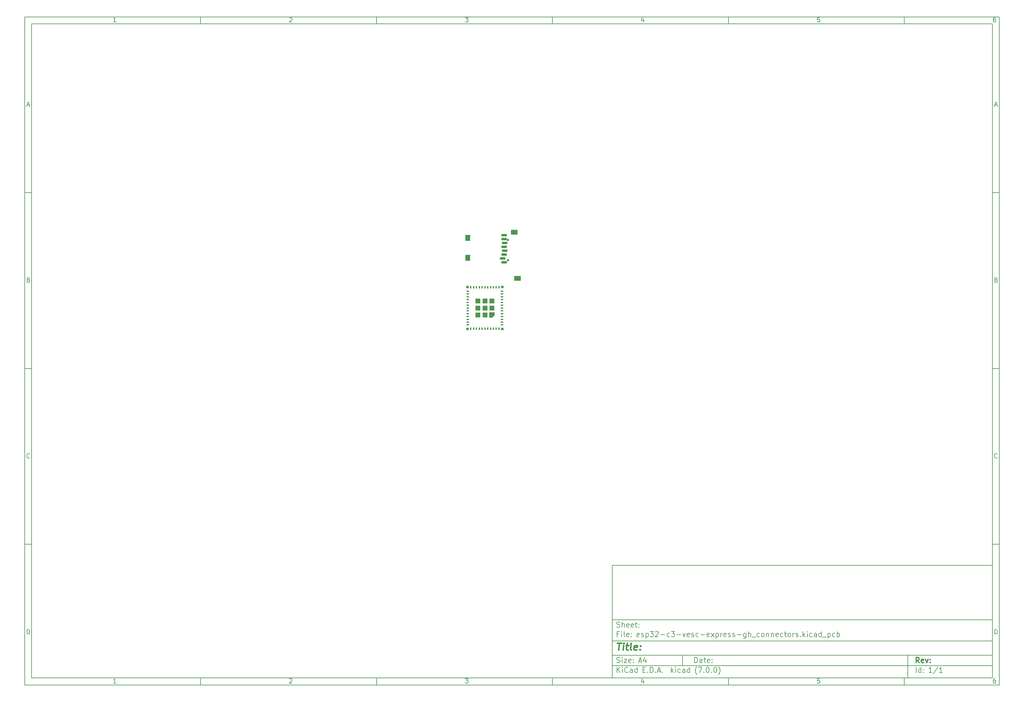
<source format=gbr>
%TF.GenerationSoftware,KiCad,Pcbnew,(7.0.0)*%
%TF.CreationDate,2023-02-27T05:24:14-06:00*%
%TF.ProjectId,esp32-c3-vesc-express-gh_connectors,65737033-322d-4633-932d-766573632d65,rev?*%
%TF.SameCoordinates,Original*%
%TF.FileFunction,Soldermask,Bot*%
%TF.FilePolarity,Negative*%
%FSLAX46Y46*%
G04 Gerber Fmt 4.6, Leading zero omitted, Abs format (unit mm)*
G04 Created by KiCad (PCBNEW (7.0.0)) date 2023-02-27 05:24:14*
%MOMM*%
%LPD*%
G01*
G04 APERTURE LIST*
G04 Aperture macros list*
%AMFreePoly0*
4,1,6,0.725000,-0.725000,-0.125000,-0.725000,-0.725000,-0.125000,-0.725000,0.725000,0.725000,0.725000,0.725000,-0.725000,0.725000,-0.725000,$1*%
G04 Aperture macros list end*
%ADD10C,0.100000*%
%ADD11C,0.150000*%
%ADD12C,0.300000*%
%ADD13C,0.400000*%
%ADD14C,0.650000*%
%ADD15R,1.500000X0.800000*%
%ADD16R,1.400000X1.800000*%
%ADD17R,1.900000X1.400000*%
%ADD18R,0.400000X0.800000*%
%ADD19R,0.800000X0.400000*%
%ADD20R,0.700000X0.700000*%
%ADD21R,1.450000X1.450000*%
%ADD22FreePoly0,90.000000*%
G04 APERTURE END LIST*
D10*
D11*
X177002200Y-166007200D02*
X285002200Y-166007200D01*
X285002200Y-198007200D01*
X177002200Y-198007200D01*
X177002200Y-166007200D01*
D10*
D11*
X10000000Y-10000000D02*
X287002200Y-10000000D01*
X287002200Y-200007200D01*
X10000000Y-200007200D01*
X10000000Y-10000000D01*
D10*
D11*
X12000000Y-12000000D02*
X285002200Y-12000000D01*
X285002200Y-198007200D01*
X12000000Y-198007200D01*
X12000000Y-12000000D01*
D10*
D11*
X60000000Y-12000000D02*
X60000000Y-10000000D01*
D10*
D11*
X110000000Y-12000000D02*
X110000000Y-10000000D01*
D10*
D11*
X160000000Y-12000000D02*
X160000000Y-10000000D01*
D10*
D11*
X210000000Y-12000000D02*
X210000000Y-10000000D01*
D10*
D11*
X260000000Y-12000000D02*
X260000000Y-10000000D01*
D10*
D11*
X35990476Y-11477595D02*
X35247619Y-11477595D01*
X35619047Y-11477595D02*
X35619047Y-10177595D01*
X35619047Y-10177595D02*
X35495238Y-10363309D01*
X35495238Y-10363309D02*
X35371428Y-10487119D01*
X35371428Y-10487119D02*
X35247619Y-10549023D01*
D10*
D11*
X85247619Y-10301404D02*
X85309523Y-10239500D01*
X85309523Y-10239500D02*
X85433333Y-10177595D01*
X85433333Y-10177595D02*
X85742857Y-10177595D01*
X85742857Y-10177595D02*
X85866666Y-10239500D01*
X85866666Y-10239500D02*
X85928571Y-10301404D01*
X85928571Y-10301404D02*
X85990476Y-10425214D01*
X85990476Y-10425214D02*
X85990476Y-10549023D01*
X85990476Y-10549023D02*
X85928571Y-10734738D01*
X85928571Y-10734738D02*
X85185714Y-11477595D01*
X85185714Y-11477595D02*
X85990476Y-11477595D01*
D10*
D11*
X135185714Y-10177595D02*
X135990476Y-10177595D01*
X135990476Y-10177595D02*
X135557142Y-10672833D01*
X135557142Y-10672833D02*
X135742857Y-10672833D01*
X135742857Y-10672833D02*
X135866666Y-10734738D01*
X135866666Y-10734738D02*
X135928571Y-10796642D01*
X135928571Y-10796642D02*
X135990476Y-10920452D01*
X135990476Y-10920452D02*
X135990476Y-11229976D01*
X135990476Y-11229976D02*
X135928571Y-11353785D01*
X135928571Y-11353785D02*
X135866666Y-11415690D01*
X135866666Y-11415690D02*
X135742857Y-11477595D01*
X135742857Y-11477595D02*
X135371428Y-11477595D01*
X135371428Y-11477595D02*
X135247619Y-11415690D01*
X135247619Y-11415690D02*
X135185714Y-11353785D01*
D10*
D11*
X185866666Y-10610928D02*
X185866666Y-11477595D01*
X185557142Y-10115690D02*
X185247619Y-11044261D01*
X185247619Y-11044261D02*
X186052380Y-11044261D01*
D10*
D11*
X235928571Y-10177595D02*
X235309523Y-10177595D01*
X235309523Y-10177595D02*
X235247619Y-10796642D01*
X235247619Y-10796642D02*
X235309523Y-10734738D01*
X235309523Y-10734738D02*
X235433333Y-10672833D01*
X235433333Y-10672833D02*
X235742857Y-10672833D01*
X235742857Y-10672833D02*
X235866666Y-10734738D01*
X235866666Y-10734738D02*
X235928571Y-10796642D01*
X235928571Y-10796642D02*
X235990476Y-10920452D01*
X235990476Y-10920452D02*
X235990476Y-11229976D01*
X235990476Y-11229976D02*
X235928571Y-11353785D01*
X235928571Y-11353785D02*
X235866666Y-11415690D01*
X235866666Y-11415690D02*
X235742857Y-11477595D01*
X235742857Y-11477595D02*
X235433333Y-11477595D01*
X235433333Y-11477595D02*
X235309523Y-11415690D01*
X235309523Y-11415690D02*
X235247619Y-11353785D01*
D10*
D11*
X285866666Y-10177595D02*
X285619047Y-10177595D01*
X285619047Y-10177595D02*
X285495238Y-10239500D01*
X285495238Y-10239500D02*
X285433333Y-10301404D01*
X285433333Y-10301404D02*
X285309523Y-10487119D01*
X285309523Y-10487119D02*
X285247619Y-10734738D01*
X285247619Y-10734738D02*
X285247619Y-11229976D01*
X285247619Y-11229976D02*
X285309523Y-11353785D01*
X285309523Y-11353785D02*
X285371428Y-11415690D01*
X285371428Y-11415690D02*
X285495238Y-11477595D01*
X285495238Y-11477595D02*
X285742857Y-11477595D01*
X285742857Y-11477595D02*
X285866666Y-11415690D01*
X285866666Y-11415690D02*
X285928571Y-11353785D01*
X285928571Y-11353785D02*
X285990476Y-11229976D01*
X285990476Y-11229976D02*
X285990476Y-10920452D01*
X285990476Y-10920452D02*
X285928571Y-10796642D01*
X285928571Y-10796642D02*
X285866666Y-10734738D01*
X285866666Y-10734738D02*
X285742857Y-10672833D01*
X285742857Y-10672833D02*
X285495238Y-10672833D01*
X285495238Y-10672833D02*
X285371428Y-10734738D01*
X285371428Y-10734738D02*
X285309523Y-10796642D01*
X285309523Y-10796642D02*
X285247619Y-10920452D01*
D10*
D11*
X60000000Y-198007200D02*
X60000000Y-200007200D01*
D10*
D11*
X110000000Y-198007200D02*
X110000000Y-200007200D01*
D10*
D11*
X160000000Y-198007200D02*
X160000000Y-200007200D01*
D10*
D11*
X210000000Y-198007200D02*
X210000000Y-200007200D01*
D10*
D11*
X260000000Y-198007200D02*
X260000000Y-200007200D01*
D10*
D11*
X35990476Y-199484795D02*
X35247619Y-199484795D01*
X35619047Y-199484795D02*
X35619047Y-198184795D01*
X35619047Y-198184795D02*
X35495238Y-198370509D01*
X35495238Y-198370509D02*
X35371428Y-198494319D01*
X35371428Y-198494319D02*
X35247619Y-198556223D01*
D10*
D11*
X85247619Y-198308604D02*
X85309523Y-198246700D01*
X85309523Y-198246700D02*
X85433333Y-198184795D01*
X85433333Y-198184795D02*
X85742857Y-198184795D01*
X85742857Y-198184795D02*
X85866666Y-198246700D01*
X85866666Y-198246700D02*
X85928571Y-198308604D01*
X85928571Y-198308604D02*
X85990476Y-198432414D01*
X85990476Y-198432414D02*
X85990476Y-198556223D01*
X85990476Y-198556223D02*
X85928571Y-198741938D01*
X85928571Y-198741938D02*
X85185714Y-199484795D01*
X85185714Y-199484795D02*
X85990476Y-199484795D01*
D10*
D11*
X135185714Y-198184795D02*
X135990476Y-198184795D01*
X135990476Y-198184795D02*
X135557142Y-198680033D01*
X135557142Y-198680033D02*
X135742857Y-198680033D01*
X135742857Y-198680033D02*
X135866666Y-198741938D01*
X135866666Y-198741938D02*
X135928571Y-198803842D01*
X135928571Y-198803842D02*
X135990476Y-198927652D01*
X135990476Y-198927652D02*
X135990476Y-199237176D01*
X135990476Y-199237176D02*
X135928571Y-199360985D01*
X135928571Y-199360985D02*
X135866666Y-199422890D01*
X135866666Y-199422890D02*
X135742857Y-199484795D01*
X135742857Y-199484795D02*
X135371428Y-199484795D01*
X135371428Y-199484795D02*
X135247619Y-199422890D01*
X135247619Y-199422890D02*
X135185714Y-199360985D01*
D10*
D11*
X185866666Y-198618128D02*
X185866666Y-199484795D01*
X185557142Y-198122890D02*
X185247619Y-199051461D01*
X185247619Y-199051461D02*
X186052380Y-199051461D01*
D10*
D11*
X235928571Y-198184795D02*
X235309523Y-198184795D01*
X235309523Y-198184795D02*
X235247619Y-198803842D01*
X235247619Y-198803842D02*
X235309523Y-198741938D01*
X235309523Y-198741938D02*
X235433333Y-198680033D01*
X235433333Y-198680033D02*
X235742857Y-198680033D01*
X235742857Y-198680033D02*
X235866666Y-198741938D01*
X235866666Y-198741938D02*
X235928571Y-198803842D01*
X235928571Y-198803842D02*
X235990476Y-198927652D01*
X235990476Y-198927652D02*
X235990476Y-199237176D01*
X235990476Y-199237176D02*
X235928571Y-199360985D01*
X235928571Y-199360985D02*
X235866666Y-199422890D01*
X235866666Y-199422890D02*
X235742857Y-199484795D01*
X235742857Y-199484795D02*
X235433333Y-199484795D01*
X235433333Y-199484795D02*
X235309523Y-199422890D01*
X235309523Y-199422890D02*
X235247619Y-199360985D01*
D10*
D11*
X285866666Y-198184795D02*
X285619047Y-198184795D01*
X285619047Y-198184795D02*
X285495238Y-198246700D01*
X285495238Y-198246700D02*
X285433333Y-198308604D01*
X285433333Y-198308604D02*
X285309523Y-198494319D01*
X285309523Y-198494319D02*
X285247619Y-198741938D01*
X285247619Y-198741938D02*
X285247619Y-199237176D01*
X285247619Y-199237176D02*
X285309523Y-199360985D01*
X285309523Y-199360985D02*
X285371428Y-199422890D01*
X285371428Y-199422890D02*
X285495238Y-199484795D01*
X285495238Y-199484795D02*
X285742857Y-199484795D01*
X285742857Y-199484795D02*
X285866666Y-199422890D01*
X285866666Y-199422890D02*
X285928571Y-199360985D01*
X285928571Y-199360985D02*
X285990476Y-199237176D01*
X285990476Y-199237176D02*
X285990476Y-198927652D01*
X285990476Y-198927652D02*
X285928571Y-198803842D01*
X285928571Y-198803842D02*
X285866666Y-198741938D01*
X285866666Y-198741938D02*
X285742857Y-198680033D01*
X285742857Y-198680033D02*
X285495238Y-198680033D01*
X285495238Y-198680033D02*
X285371428Y-198741938D01*
X285371428Y-198741938D02*
X285309523Y-198803842D01*
X285309523Y-198803842D02*
X285247619Y-198927652D01*
D10*
D11*
X10000000Y-60000000D02*
X12000000Y-60000000D01*
D10*
D11*
X10000000Y-110000000D02*
X12000000Y-110000000D01*
D10*
D11*
X10000000Y-160000000D02*
X12000000Y-160000000D01*
D10*
D11*
X10690476Y-35106166D02*
X11309523Y-35106166D01*
X10566666Y-35477595D02*
X10999999Y-34177595D01*
X10999999Y-34177595D02*
X11433333Y-35477595D01*
D10*
D11*
X11092857Y-84796642D02*
X11278571Y-84858547D01*
X11278571Y-84858547D02*
X11340476Y-84920452D01*
X11340476Y-84920452D02*
X11402380Y-85044261D01*
X11402380Y-85044261D02*
X11402380Y-85229976D01*
X11402380Y-85229976D02*
X11340476Y-85353785D01*
X11340476Y-85353785D02*
X11278571Y-85415690D01*
X11278571Y-85415690D02*
X11154761Y-85477595D01*
X11154761Y-85477595D02*
X10659523Y-85477595D01*
X10659523Y-85477595D02*
X10659523Y-84177595D01*
X10659523Y-84177595D02*
X11092857Y-84177595D01*
X11092857Y-84177595D02*
X11216666Y-84239500D01*
X11216666Y-84239500D02*
X11278571Y-84301404D01*
X11278571Y-84301404D02*
X11340476Y-84425214D01*
X11340476Y-84425214D02*
X11340476Y-84549023D01*
X11340476Y-84549023D02*
X11278571Y-84672833D01*
X11278571Y-84672833D02*
X11216666Y-84734738D01*
X11216666Y-84734738D02*
X11092857Y-84796642D01*
X11092857Y-84796642D02*
X10659523Y-84796642D01*
D10*
D11*
X11402380Y-135353785D02*
X11340476Y-135415690D01*
X11340476Y-135415690D02*
X11154761Y-135477595D01*
X11154761Y-135477595D02*
X11030952Y-135477595D01*
X11030952Y-135477595D02*
X10845238Y-135415690D01*
X10845238Y-135415690D02*
X10721428Y-135291880D01*
X10721428Y-135291880D02*
X10659523Y-135168071D01*
X10659523Y-135168071D02*
X10597619Y-134920452D01*
X10597619Y-134920452D02*
X10597619Y-134734738D01*
X10597619Y-134734738D02*
X10659523Y-134487119D01*
X10659523Y-134487119D02*
X10721428Y-134363309D01*
X10721428Y-134363309D02*
X10845238Y-134239500D01*
X10845238Y-134239500D02*
X11030952Y-134177595D01*
X11030952Y-134177595D02*
X11154761Y-134177595D01*
X11154761Y-134177595D02*
X11340476Y-134239500D01*
X11340476Y-134239500D02*
X11402380Y-134301404D01*
D10*
D11*
X10659523Y-185477595D02*
X10659523Y-184177595D01*
X10659523Y-184177595D02*
X10969047Y-184177595D01*
X10969047Y-184177595D02*
X11154761Y-184239500D01*
X11154761Y-184239500D02*
X11278571Y-184363309D01*
X11278571Y-184363309D02*
X11340476Y-184487119D01*
X11340476Y-184487119D02*
X11402380Y-184734738D01*
X11402380Y-184734738D02*
X11402380Y-184920452D01*
X11402380Y-184920452D02*
X11340476Y-185168071D01*
X11340476Y-185168071D02*
X11278571Y-185291880D01*
X11278571Y-185291880D02*
X11154761Y-185415690D01*
X11154761Y-185415690D02*
X10969047Y-185477595D01*
X10969047Y-185477595D02*
X10659523Y-185477595D01*
D10*
D11*
X287002200Y-60000000D02*
X285002200Y-60000000D01*
D10*
D11*
X287002200Y-110000000D02*
X285002200Y-110000000D01*
D10*
D11*
X287002200Y-160000000D02*
X285002200Y-160000000D01*
D10*
D11*
X285692676Y-35106166D02*
X286311723Y-35106166D01*
X285568866Y-35477595D02*
X286002199Y-34177595D01*
X286002199Y-34177595D02*
X286435533Y-35477595D01*
D10*
D11*
X286095057Y-84796642D02*
X286280771Y-84858547D01*
X286280771Y-84858547D02*
X286342676Y-84920452D01*
X286342676Y-84920452D02*
X286404580Y-85044261D01*
X286404580Y-85044261D02*
X286404580Y-85229976D01*
X286404580Y-85229976D02*
X286342676Y-85353785D01*
X286342676Y-85353785D02*
X286280771Y-85415690D01*
X286280771Y-85415690D02*
X286156961Y-85477595D01*
X286156961Y-85477595D02*
X285661723Y-85477595D01*
X285661723Y-85477595D02*
X285661723Y-84177595D01*
X285661723Y-84177595D02*
X286095057Y-84177595D01*
X286095057Y-84177595D02*
X286218866Y-84239500D01*
X286218866Y-84239500D02*
X286280771Y-84301404D01*
X286280771Y-84301404D02*
X286342676Y-84425214D01*
X286342676Y-84425214D02*
X286342676Y-84549023D01*
X286342676Y-84549023D02*
X286280771Y-84672833D01*
X286280771Y-84672833D02*
X286218866Y-84734738D01*
X286218866Y-84734738D02*
X286095057Y-84796642D01*
X286095057Y-84796642D02*
X285661723Y-84796642D01*
D10*
D11*
X286404580Y-135353785D02*
X286342676Y-135415690D01*
X286342676Y-135415690D02*
X286156961Y-135477595D01*
X286156961Y-135477595D02*
X286033152Y-135477595D01*
X286033152Y-135477595D02*
X285847438Y-135415690D01*
X285847438Y-135415690D02*
X285723628Y-135291880D01*
X285723628Y-135291880D02*
X285661723Y-135168071D01*
X285661723Y-135168071D02*
X285599819Y-134920452D01*
X285599819Y-134920452D02*
X285599819Y-134734738D01*
X285599819Y-134734738D02*
X285661723Y-134487119D01*
X285661723Y-134487119D02*
X285723628Y-134363309D01*
X285723628Y-134363309D02*
X285847438Y-134239500D01*
X285847438Y-134239500D02*
X286033152Y-134177595D01*
X286033152Y-134177595D02*
X286156961Y-134177595D01*
X286156961Y-134177595D02*
X286342676Y-134239500D01*
X286342676Y-134239500D02*
X286404580Y-134301404D01*
D10*
D11*
X285661723Y-185477595D02*
X285661723Y-184177595D01*
X285661723Y-184177595D02*
X285971247Y-184177595D01*
X285971247Y-184177595D02*
X286156961Y-184239500D01*
X286156961Y-184239500D02*
X286280771Y-184363309D01*
X286280771Y-184363309D02*
X286342676Y-184487119D01*
X286342676Y-184487119D02*
X286404580Y-184734738D01*
X286404580Y-184734738D02*
X286404580Y-184920452D01*
X286404580Y-184920452D02*
X286342676Y-185168071D01*
X286342676Y-185168071D02*
X286280771Y-185291880D01*
X286280771Y-185291880D02*
X286156961Y-185415690D01*
X286156961Y-185415690D02*
X285971247Y-185477595D01*
X285971247Y-185477595D02*
X285661723Y-185477595D01*
D10*
D11*
X200359342Y-193658271D02*
X200359342Y-192158271D01*
X200359342Y-192158271D02*
X200716485Y-192158271D01*
X200716485Y-192158271D02*
X200930771Y-192229700D01*
X200930771Y-192229700D02*
X201073628Y-192372557D01*
X201073628Y-192372557D02*
X201145057Y-192515414D01*
X201145057Y-192515414D02*
X201216485Y-192801128D01*
X201216485Y-192801128D02*
X201216485Y-193015414D01*
X201216485Y-193015414D02*
X201145057Y-193301128D01*
X201145057Y-193301128D02*
X201073628Y-193443985D01*
X201073628Y-193443985D02*
X200930771Y-193586842D01*
X200930771Y-193586842D02*
X200716485Y-193658271D01*
X200716485Y-193658271D02*
X200359342Y-193658271D01*
X202502200Y-193658271D02*
X202502200Y-192872557D01*
X202502200Y-192872557D02*
X202430771Y-192729700D01*
X202430771Y-192729700D02*
X202287914Y-192658271D01*
X202287914Y-192658271D02*
X202002200Y-192658271D01*
X202002200Y-192658271D02*
X201859342Y-192729700D01*
X202502200Y-193586842D02*
X202359342Y-193658271D01*
X202359342Y-193658271D02*
X202002200Y-193658271D01*
X202002200Y-193658271D02*
X201859342Y-193586842D01*
X201859342Y-193586842D02*
X201787914Y-193443985D01*
X201787914Y-193443985D02*
X201787914Y-193301128D01*
X201787914Y-193301128D02*
X201859342Y-193158271D01*
X201859342Y-193158271D02*
X202002200Y-193086842D01*
X202002200Y-193086842D02*
X202359342Y-193086842D01*
X202359342Y-193086842D02*
X202502200Y-193015414D01*
X203002200Y-192658271D02*
X203573628Y-192658271D01*
X203216485Y-192158271D02*
X203216485Y-193443985D01*
X203216485Y-193443985D02*
X203287914Y-193586842D01*
X203287914Y-193586842D02*
X203430771Y-193658271D01*
X203430771Y-193658271D02*
X203573628Y-193658271D01*
X204645057Y-193586842D02*
X204502200Y-193658271D01*
X204502200Y-193658271D02*
X204216486Y-193658271D01*
X204216486Y-193658271D02*
X204073628Y-193586842D01*
X204073628Y-193586842D02*
X204002200Y-193443985D01*
X204002200Y-193443985D02*
X204002200Y-192872557D01*
X204002200Y-192872557D02*
X204073628Y-192729700D01*
X204073628Y-192729700D02*
X204216486Y-192658271D01*
X204216486Y-192658271D02*
X204502200Y-192658271D01*
X204502200Y-192658271D02*
X204645057Y-192729700D01*
X204645057Y-192729700D02*
X204716486Y-192872557D01*
X204716486Y-192872557D02*
X204716486Y-193015414D01*
X204716486Y-193015414D02*
X204002200Y-193158271D01*
X205359342Y-193515414D02*
X205430771Y-193586842D01*
X205430771Y-193586842D02*
X205359342Y-193658271D01*
X205359342Y-193658271D02*
X205287914Y-193586842D01*
X205287914Y-193586842D02*
X205359342Y-193515414D01*
X205359342Y-193515414D02*
X205359342Y-193658271D01*
X205359342Y-192729700D02*
X205430771Y-192801128D01*
X205430771Y-192801128D02*
X205359342Y-192872557D01*
X205359342Y-192872557D02*
X205287914Y-192801128D01*
X205287914Y-192801128D02*
X205359342Y-192729700D01*
X205359342Y-192729700D02*
X205359342Y-192872557D01*
D10*
D11*
X177002200Y-194507200D02*
X285002200Y-194507200D01*
D10*
D11*
X178359342Y-196458271D02*
X178359342Y-194958271D01*
X179216485Y-196458271D02*
X178573628Y-195601128D01*
X179216485Y-194958271D02*
X178359342Y-195815414D01*
X179859342Y-196458271D02*
X179859342Y-195458271D01*
X179859342Y-194958271D02*
X179787914Y-195029700D01*
X179787914Y-195029700D02*
X179859342Y-195101128D01*
X179859342Y-195101128D02*
X179930771Y-195029700D01*
X179930771Y-195029700D02*
X179859342Y-194958271D01*
X179859342Y-194958271D02*
X179859342Y-195101128D01*
X181430771Y-196315414D02*
X181359343Y-196386842D01*
X181359343Y-196386842D02*
X181145057Y-196458271D01*
X181145057Y-196458271D02*
X181002200Y-196458271D01*
X181002200Y-196458271D02*
X180787914Y-196386842D01*
X180787914Y-196386842D02*
X180645057Y-196243985D01*
X180645057Y-196243985D02*
X180573628Y-196101128D01*
X180573628Y-196101128D02*
X180502200Y-195815414D01*
X180502200Y-195815414D02*
X180502200Y-195601128D01*
X180502200Y-195601128D02*
X180573628Y-195315414D01*
X180573628Y-195315414D02*
X180645057Y-195172557D01*
X180645057Y-195172557D02*
X180787914Y-195029700D01*
X180787914Y-195029700D02*
X181002200Y-194958271D01*
X181002200Y-194958271D02*
X181145057Y-194958271D01*
X181145057Y-194958271D02*
X181359343Y-195029700D01*
X181359343Y-195029700D02*
X181430771Y-195101128D01*
X182716486Y-196458271D02*
X182716486Y-195672557D01*
X182716486Y-195672557D02*
X182645057Y-195529700D01*
X182645057Y-195529700D02*
X182502200Y-195458271D01*
X182502200Y-195458271D02*
X182216486Y-195458271D01*
X182216486Y-195458271D02*
X182073628Y-195529700D01*
X182716486Y-196386842D02*
X182573628Y-196458271D01*
X182573628Y-196458271D02*
X182216486Y-196458271D01*
X182216486Y-196458271D02*
X182073628Y-196386842D01*
X182073628Y-196386842D02*
X182002200Y-196243985D01*
X182002200Y-196243985D02*
X182002200Y-196101128D01*
X182002200Y-196101128D02*
X182073628Y-195958271D01*
X182073628Y-195958271D02*
X182216486Y-195886842D01*
X182216486Y-195886842D02*
X182573628Y-195886842D01*
X182573628Y-195886842D02*
X182716486Y-195815414D01*
X184073629Y-196458271D02*
X184073629Y-194958271D01*
X184073629Y-196386842D02*
X183930771Y-196458271D01*
X183930771Y-196458271D02*
X183645057Y-196458271D01*
X183645057Y-196458271D02*
X183502200Y-196386842D01*
X183502200Y-196386842D02*
X183430771Y-196315414D01*
X183430771Y-196315414D02*
X183359343Y-196172557D01*
X183359343Y-196172557D02*
X183359343Y-195743985D01*
X183359343Y-195743985D02*
X183430771Y-195601128D01*
X183430771Y-195601128D02*
X183502200Y-195529700D01*
X183502200Y-195529700D02*
X183645057Y-195458271D01*
X183645057Y-195458271D02*
X183930771Y-195458271D01*
X183930771Y-195458271D02*
X184073629Y-195529700D01*
X185687914Y-195672557D02*
X186187914Y-195672557D01*
X186402200Y-196458271D02*
X185687914Y-196458271D01*
X185687914Y-196458271D02*
X185687914Y-194958271D01*
X185687914Y-194958271D02*
X186402200Y-194958271D01*
X187045057Y-196315414D02*
X187116486Y-196386842D01*
X187116486Y-196386842D02*
X187045057Y-196458271D01*
X187045057Y-196458271D02*
X186973629Y-196386842D01*
X186973629Y-196386842D02*
X187045057Y-196315414D01*
X187045057Y-196315414D02*
X187045057Y-196458271D01*
X187759343Y-196458271D02*
X187759343Y-194958271D01*
X187759343Y-194958271D02*
X188116486Y-194958271D01*
X188116486Y-194958271D02*
X188330772Y-195029700D01*
X188330772Y-195029700D02*
X188473629Y-195172557D01*
X188473629Y-195172557D02*
X188545058Y-195315414D01*
X188545058Y-195315414D02*
X188616486Y-195601128D01*
X188616486Y-195601128D02*
X188616486Y-195815414D01*
X188616486Y-195815414D02*
X188545058Y-196101128D01*
X188545058Y-196101128D02*
X188473629Y-196243985D01*
X188473629Y-196243985D02*
X188330772Y-196386842D01*
X188330772Y-196386842D02*
X188116486Y-196458271D01*
X188116486Y-196458271D02*
X187759343Y-196458271D01*
X189259343Y-196315414D02*
X189330772Y-196386842D01*
X189330772Y-196386842D02*
X189259343Y-196458271D01*
X189259343Y-196458271D02*
X189187915Y-196386842D01*
X189187915Y-196386842D02*
X189259343Y-196315414D01*
X189259343Y-196315414D02*
X189259343Y-196458271D01*
X189902201Y-196029700D02*
X190616487Y-196029700D01*
X189759344Y-196458271D02*
X190259344Y-194958271D01*
X190259344Y-194958271D02*
X190759344Y-196458271D01*
X191259343Y-196315414D02*
X191330772Y-196386842D01*
X191330772Y-196386842D02*
X191259343Y-196458271D01*
X191259343Y-196458271D02*
X191187915Y-196386842D01*
X191187915Y-196386842D02*
X191259343Y-196315414D01*
X191259343Y-196315414D02*
X191259343Y-196458271D01*
X193773629Y-196458271D02*
X193773629Y-194958271D01*
X193916487Y-195886842D02*
X194345058Y-196458271D01*
X194345058Y-195458271D02*
X193773629Y-196029700D01*
X194987915Y-196458271D02*
X194987915Y-195458271D01*
X194987915Y-194958271D02*
X194916487Y-195029700D01*
X194916487Y-195029700D02*
X194987915Y-195101128D01*
X194987915Y-195101128D02*
X195059344Y-195029700D01*
X195059344Y-195029700D02*
X194987915Y-194958271D01*
X194987915Y-194958271D02*
X194987915Y-195101128D01*
X196345059Y-196386842D02*
X196202201Y-196458271D01*
X196202201Y-196458271D02*
X195916487Y-196458271D01*
X195916487Y-196458271D02*
X195773630Y-196386842D01*
X195773630Y-196386842D02*
X195702201Y-196315414D01*
X195702201Y-196315414D02*
X195630773Y-196172557D01*
X195630773Y-196172557D02*
X195630773Y-195743985D01*
X195630773Y-195743985D02*
X195702201Y-195601128D01*
X195702201Y-195601128D02*
X195773630Y-195529700D01*
X195773630Y-195529700D02*
X195916487Y-195458271D01*
X195916487Y-195458271D02*
X196202201Y-195458271D01*
X196202201Y-195458271D02*
X196345059Y-195529700D01*
X197630773Y-196458271D02*
X197630773Y-195672557D01*
X197630773Y-195672557D02*
X197559344Y-195529700D01*
X197559344Y-195529700D02*
X197416487Y-195458271D01*
X197416487Y-195458271D02*
X197130773Y-195458271D01*
X197130773Y-195458271D02*
X196987915Y-195529700D01*
X197630773Y-196386842D02*
X197487915Y-196458271D01*
X197487915Y-196458271D02*
X197130773Y-196458271D01*
X197130773Y-196458271D02*
X196987915Y-196386842D01*
X196987915Y-196386842D02*
X196916487Y-196243985D01*
X196916487Y-196243985D02*
X196916487Y-196101128D01*
X196916487Y-196101128D02*
X196987915Y-195958271D01*
X196987915Y-195958271D02*
X197130773Y-195886842D01*
X197130773Y-195886842D02*
X197487915Y-195886842D01*
X197487915Y-195886842D02*
X197630773Y-195815414D01*
X198987916Y-196458271D02*
X198987916Y-194958271D01*
X198987916Y-196386842D02*
X198845058Y-196458271D01*
X198845058Y-196458271D02*
X198559344Y-196458271D01*
X198559344Y-196458271D02*
X198416487Y-196386842D01*
X198416487Y-196386842D02*
X198345058Y-196315414D01*
X198345058Y-196315414D02*
X198273630Y-196172557D01*
X198273630Y-196172557D02*
X198273630Y-195743985D01*
X198273630Y-195743985D02*
X198345058Y-195601128D01*
X198345058Y-195601128D02*
X198416487Y-195529700D01*
X198416487Y-195529700D02*
X198559344Y-195458271D01*
X198559344Y-195458271D02*
X198845058Y-195458271D01*
X198845058Y-195458271D02*
X198987916Y-195529700D01*
X201030773Y-197029700D02*
X200959344Y-196958271D01*
X200959344Y-196958271D02*
X200816487Y-196743985D01*
X200816487Y-196743985D02*
X200745059Y-196601128D01*
X200745059Y-196601128D02*
X200673630Y-196386842D01*
X200673630Y-196386842D02*
X200602201Y-196029700D01*
X200602201Y-196029700D02*
X200602201Y-195743985D01*
X200602201Y-195743985D02*
X200673630Y-195386842D01*
X200673630Y-195386842D02*
X200745059Y-195172557D01*
X200745059Y-195172557D02*
X200816487Y-195029700D01*
X200816487Y-195029700D02*
X200959344Y-194815414D01*
X200959344Y-194815414D02*
X201030773Y-194743985D01*
X201459344Y-194958271D02*
X202459344Y-194958271D01*
X202459344Y-194958271D02*
X201816487Y-196458271D01*
X203030772Y-196315414D02*
X203102201Y-196386842D01*
X203102201Y-196386842D02*
X203030772Y-196458271D01*
X203030772Y-196458271D02*
X202959344Y-196386842D01*
X202959344Y-196386842D02*
X203030772Y-196315414D01*
X203030772Y-196315414D02*
X203030772Y-196458271D01*
X204030773Y-194958271D02*
X204173630Y-194958271D01*
X204173630Y-194958271D02*
X204316487Y-195029700D01*
X204316487Y-195029700D02*
X204387916Y-195101128D01*
X204387916Y-195101128D02*
X204459344Y-195243985D01*
X204459344Y-195243985D02*
X204530773Y-195529700D01*
X204530773Y-195529700D02*
X204530773Y-195886842D01*
X204530773Y-195886842D02*
X204459344Y-196172557D01*
X204459344Y-196172557D02*
X204387916Y-196315414D01*
X204387916Y-196315414D02*
X204316487Y-196386842D01*
X204316487Y-196386842D02*
X204173630Y-196458271D01*
X204173630Y-196458271D02*
X204030773Y-196458271D01*
X204030773Y-196458271D02*
X203887916Y-196386842D01*
X203887916Y-196386842D02*
X203816487Y-196315414D01*
X203816487Y-196315414D02*
X203745058Y-196172557D01*
X203745058Y-196172557D02*
X203673630Y-195886842D01*
X203673630Y-195886842D02*
X203673630Y-195529700D01*
X203673630Y-195529700D02*
X203745058Y-195243985D01*
X203745058Y-195243985D02*
X203816487Y-195101128D01*
X203816487Y-195101128D02*
X203887916Y-195029700D01*
X203887916Y-195029700D02*
X204030773Y-194958271D01*
X205173629Y-196315414D02*
X205245058Y-196386842D01*
X205245058Y-196386842D02*
X205173629Y-196458271D01*
X205173629Y-196458271D02*
X205102201Y-196386842D01*
X205102201Y-196386842D02*
X205173629Y-196315414D01*
X205173629Y-196315414D02*
X205173629Y-196458271D01*
X206173630Y-194958271D02*
X206316487Y-194958271D01*
X206316487Y-194958271D02*
X206459344Y-195029700D01*
X206459344Y-195029700D02*
X206530773Y-195101128D01*
X206530773Y-195101128D02*
X206602201Y-195243985D01*
X206602201Y-195243985D02*
X206673630Y-195529700D01*
X206673630Y-195529700D02*
X206673630Y-195886842D01*
X206673630Y-195886842D02*
X206602201Y-196172557D01*
X206602201Y-196172557D02*
X206530773Y-196315414D01*
X206530773Y-196315414D02*
X206459344Y-196386842D01*
X206459344Y-196386842D02*
X206316487Y-196458271D01*
X206316487Y-196458271D02*
X206173630Y-196458271D01*
X206173630Y-196458271D02*
X206030773Y-196386842D01*
X206030773Y-196386842D02*
X205959344Y-196315414D01*
X205959344Y-196315414D02*
X205887915Y-196172557D01*
X205887915Y-196172557D02*
X205816487Y-195886842D01*
X205816487Y-195886842D02*
X205816487Y-195529700D01*
X205816487Y-195529700D02*
X205887915Y-195243985D01*
X205887915Y-195243985D02*
X205959344Y-195101128D01*
X205959344Y-195101128D02*
X206030773Y-195029700D01*
X206030773Y-195029700D02*
X206173630Y-194958271D01*
X207173629Y-197029700D02*
X207245058Y-196958271D01*
X207245058Y-196958271D02*
X207387915Y-196743985D01*
X207387915Y-196743985D02*
X207459344Y-196601128D01*
X207459344Y-196601128D02*
X207530772Y-196386842D01*
X207530772Y-196386842D02*
X207602201Y-196029700D01*
X207602201Y-196029700D02*
X207602201Y-195743985D01*
X207602201Y-195743985D02*
X207530772Y-195386842D01*
X207530772Y-195386842D02*
X207459344Y-195172557D01*
X207459344Y-195172557D02*
X207387915Y-195029700D01*
X207387915Y-195029700D02*
X207245058Y-194815414D01*
X207245058Y-194815414D02*
X207173629Y-194743985D01*
D10*
D11*
X177002200Y-191507200D02*
X285002200Y-191507200D01*
D10*
D12*
X264216485Y-193658271D02*
X263716485Y-192943985D01*
X263359342Y-193658271D02*
X263359342Y-192158271D01*
X263359342Y-192158271D02*
X263930771Y-192158271D01*
X263930771Y-192158271D02*
X264073628Y-192229700D01*
X264073628Y-192229700D02*
X264145057Y-192301128D01*
X264145057Y-192301128D02*
X264216485Y-192443985D01*
X264216485Y-192443985D02*
X264216485Y-192658271D01*
X264216485Y-192658271D02*
X264145057Y-192801128D01*
X264145057Y-192801128D02*
X264073628Y-192872557D01*
X264073628Y-192872557D02*
X263930771Y-192943985D01*
X263930771Y-192943985D02*
X263359342Y-192943985D01*
X265430771Y-193586842D02*
X265287914Y-193658271D01*
X265287914Y-193658271D02*
X265002200Y-193658271D01*
X265002200Y-193658271D02*
X264859342Y-193586842D01*
X264859342Y-193586842D02*
X264787914Y-193443985D01*
X264787914Y-193443985D02*
X264787914Y-192872557D01*
X264787914Y-192872557D02*
X264859342Y-192729700D01*
X264859342Y-192729700D02*
X265002200Y-192658271D01*
X265002200Y-192658271D02*
X265287914Y-192658271D01*
X265287914Y-192658271D02*
X265430771Y-192729700D01*
X265430771Y-192729700D02*
X265502200Y-192872557D01*
X265502200Y-192872557D02*
X265502200Y-193015414D01*
X265502200Y-193015414D02*
X264787914Y-193158271D01*
X266002199Y-192658271D02*
X266359342Y-193658271D01*
X266359342Y-193658271D02*
X266716485Y-192658271D01*
X267287913Y-193515414D02*
X267359342Y-193586842D01*
X267359342Y-193586842D02*
X267287913Y-193658271D01*
X267287913Y-193658271D02*
X267216485Y-193586842D01*
X267216485Y-193586842D02*
X267287913Y-193515414D01*
X267287913Y-193515414D02*
X267287913Y-193658271D01*
X267287913Y-192729700D02*
X267359342Y-192801128D01*
X267359342Y-192801128D02*
X267287913Y-192872557D01*
X267287913Y-192872557D02*
X267216485Y-192801128D01*
X267216485Y-192801128D02*
X267287913Y-192729700D01*
X267287913Y-192729700D02*
X267287913Y-192872557D01*
D10*
D11*
X178287914Y-193586842D02*
X178502200Y-193658271D01*
X178502200Y-193658271D02*
X178859342Y-193658271D01*
X178859342Y-193658271D02*
X179002200Y-193586842D01*
X179002200Y-193586842D02*
X179073628Y-193515414D01*
X179073628Y-193515414D02*
X179145057Y-193372557D01*
X179145057Y-193372557D02*
X179145057Y-193229700D01*
X179145057Y-193229700D02*
X179073628Y-193086842D01*
X179073628Y-193086842D02*
X179002200Y-193015414D01*
X179002200Y-193015414D02*
X178859342Y-192943985D01*
X178859342Y-192943985D02*
X178573628Y-192872557D01*
X178573628Y-192872557D02*
X178430771Y-192801128D01*
X178430771Y-192801128D02*
X178359342Y-192729700D01*
X178359342Y-192729700D02*
X178287914Y-192586842D01*
X178287914Y-192586842D02*
X178287914Y-192443985D01*
X178287914Y-192443985D02*
X178359342Y-192301128D01*
X178359342Y-192301128D02*
X178430771Y-192229700D01*
X178430771Y-192229700D02*
X178573628Y-192158271D01*
X178573628Y-192158271D02*
X178930771Y-192158271D01*
X178930771Y-192158271D02*
X179145057Y-192229700D01*
X179787913Y-193658271D02*
X179787913Y-192658271D01*
X179787913Y-192158271D02*
X179716485Y-192229700D01*
X179716485Y-192229700D02*
X179787913Y-192301128D01*
X179787913Y-192301128D02*
X179859342Y-192229700D01*
X179859342Y-192229700D02*
X179787913Y-192158271D01*
X179787913Y-192158271D02*
X179787913Y-192301128D01*
X180359342Y-192658271D02*
X181145057Y-192658271D01*
X181145057Y-192658271D02*
X180359342Y-193658271D01*
X180359342Y-193658271D02*
X181145057Y-193658271D01*
X182287914Y-193586842D02*
X182145057Y-193658271D01*
X182145057Y-193658271D02*
X181859343Y-193658271D01*
X181859343Y-193658271D02*
X181716485Y-193586842D01*
X181716485Y-193586842D02*
X181645057Y-193443985D01*
X181645057Y-193443985D02*
X181645057Y-192872557D01*
X181645057Y-192872557D02*
X181716485Y-192729700D01*
X181716485Y-192729700D02*
X181859343Y-192658271D01*
X181859343Y-192658271D02*
X182145057Y-192658271D01*
X182145057Y-192658271D02*
X182287914Y-192729700D01*
X182287914Y-192729700D02*
X182359343Y-192872557D01*
X182359343Y-192872557D02*
X182359343Y-193015414D01*
X182359343Y-193015414D02*
X181645057Y-193158271D01*
X183002199Y-193515414D02*
X183073628Y-193586842D01*
X183073628Y-193586842D02*
X183002199Y-193658271D01*
X183002199Y-193658271D02*
X182930771Y-193586842D01*
X182930771Y-193586842D02*
X183002199Y-193515414D01*
X183002199Y-193515414D02*
X183002199Y-193658271D01*
X183002199Y-192729700D02*
X183073628Y-192801128D01*
X183073628Y-192801128D02*
X183002199Y-192872557D01*
X183002199Y-192872557D02*
X182930771Y-192801128D01*
X182930771Y-192801128D02*
X183002199Y-192729700D01*
X183002199Y-192729700D02*
X183002199Y-192872557D01*
X184545057Y-193229700D02*
X185259343Y-193229700D01*
X184402200Y-193658271D02*
X184902200Y-192158271D01*
X184902200Y-192158271D02*
X185402200Y-193658271D01*
X186545057Y-192658271D02*
X186545057Y-193658271D01*
X186187914Y-192086842D02*
X185830771Y-193158271D01*
X185830771Y-193158271D02*
X186759342Y-193158271D01*
D10*
D11*
X263359342Y-196458271D02*
X263359342Y-194958271D01*
X264716486Y-196458271D02*
X264716486Y-194958271D01*
X264716486Y-196386842D02*
X264573628Y-196458271D01*
X264573628Y-196458271D02*
X264287914Y-196458271D01*
X264287914Y-196458271D02*
X264145057Y-196386842D01*
X264145057Y-196386842D02*
X264073628Y-196315414D01*
X264073628Y-196315414D02*
X264002200Y-196172557D01*
X264002200Y-196172557D02*
X264002200Y-195743985D01*
X264002200Y-195743985D02*
X264073628Y-195601128D01*
X264073628Y-195601128D02*
X264145057Y-195529700D01*
X264145057Y-195529700D02*
X264287914Y-195458271D01*
X264287914Y-195458271D02*
X264573628Y-195458271D01*
X264573628Y-195458271D02*
X264716486Y-195529700D01*
X265430771Y-196315414D02*
X265502200Y-196386842D01*
X265502200Y-196386842D02*
X265430771Y-196458271D01*
X265430771Y-196458271D02*
X265359343Y-196386842D01*
X265359343Y-196386842D02*
X265430771Y-196315414D01*
X265430771Y-196315414D02*
X265430771Y-196458271D01*
X265430771Y-195529700D02*
X265502200Y-195601128D01*
X265502200Y-195601128D02*
X265430771Y-195672557D01*
X265430771Y-195672557D02*
X265359343Y-195601128D01*
X265359343Y-195601128D02*
X265430771Y-195529700D01*
X265430771Y-195529700D02*
X265430771Y-195672557D01*
X267830772Y-196458271D02*
X266973629Y-196458271D01*
X267402200Y-196458271D02*
X267402200Y-194958271D01*
X267402200Y-194958271D02*
X267259343Y-195172557D01*
X267259343Y-195172557D02*
X267116486Y-195315414D01*
X267116486Y-195315414D02*
X266973629Y-195386842D01*
X269545057Y-194886842D02*
X268259343Y-196815414D01*
X270830772Y-196458271D02*
X269973629Y-196458271D01*
X270402200Y-196458271D02*
X270402200Y-194958271D01*
X270402200Y-194958271D02*
X270259343Y-195172557D01*
X270259343Y-195172557D02*
X270116486Y-195315414D01*
X270116486Y-195315414D02*
X269973629Y-195386842D01*
D10*
D11*
X177002200Y-187507200D02*
X285002200Y-187507200D01*
D10*
D13*
X178454580Y-188041961D02*
X179597438Y-188041961D01*
X178776009Y-190041961D02*
X179026009Y-188041961D01*
X180014105Y-190041961D02*
X180180771Y-188708628D01*
X180264105Y-188041961D02*
X180156962Y-188137200D01*
X180156962Y-188137200D02*
X180240295Y-188232438D01*
X180240295Y-188232438D02*
X180347438Y-188137200D01*
X180347438Y-188137200D02*
X180264105Y-188041961D01*
X180264105Y-188041961D02*
X180240295Y-188232438D01*
X180847438Y-188708628D02*
X181609343Y-188708628D01*
X181216486Y-188041961D02*
X181002200Y-189756247D01*
X181002200Y-189756247D02*
X181073629Y-189946723D01*
X181073629Y-189946723D02*
X181252200Y-190041961D01*
X181252200Y-190041961D02*
X181442676Y-190041961D01*
X182395057Y-190041961D02*
X182216486Y-189946723D01*
X182216486Y-189946723D02*
X182145057Y-189756247D01*
X182145057Y-189756247D02*
X182359343Y-188041961D01*
X183930771Y-189946723D02*
X183728390Y-190041961D01*
X183728390Y-190041961D02*
X183347438Y-190041961D01*
X183347438Y-190041961D02*
X183168867Y-189946723D01*
X183168867Y-189946723D02*
X183097438Y-189756247D01*
X183097438Y-189756247D02*
X183192676Y-188994342D01*
X183192676Y-188994342D02*
X183311724Y-188803866D01*
X183311724Y-188803866D02*
X183514105Y-188708628D01*
X183514105Y-188708628D02*
X183895057Y-188708628D01*
X183895057Y-188708628D02*
X184073628Y-188803866D01*
X184073628Y-188803866D02*
X184145057Y-188994342D01*
X184145057Y-188994342D02*
X184121247Y-189184819D01*
X184121247Y-189184819D02*
X183145057Y-189375295D01*
X184895057Y-189851485D02*
X184978391Y-189946723D01*
X184978391Y-189946723D02*
X184871248Y-190041961D01*
X184871248Y-190041961D02*
X184787914Y-189946723D01*
X184787914Y-189946723D02*
X184895057Y-189851485D01*
X184895057Y-189851485D02*
X184871248Y-190041961D01*
X185026010Y-188803866D02*
X185109343Y-188899104D01*
X185109343Y-188899104D02*
X185002200Y-188994342D01*
X185002200Y-188994342D02*
X184918867Y-188899104D01*
X184918867Y-188899104D02*
X185026010Y-188803866D01*
X185026010Y-188803866D02*
X185002200Y-188994342D01*
D10*
D11*
X178859342Y-185472557D02*
X178359342Y-185472557D01*
X178359342Y-186258271D02*
X178359342Y-184758271D01*
X178359342Y-184758271D02*
X179073628Y-184758271D01*
X179645056Y-186258271D02*
X179645056Y-185258271D01*
X179645056Y-184758271D02*
X179573628Y-184829700D01*
X179573628Y-184829700D02*
X179645056Y-184901128D01*
X179645056Y-184901128D02*
X179716485Y-184829700D01*
X179716485Y-184829700D02*
X179645056Y-184758271D01*
X179645056Y-184758271D02*
X179645056Y-184901128D01*
X180573628Y-186258271D02*
X180430771Y-186186842D01*
X180430771Y-186186842D02*
X180359342Y-186043985D01*
X180359342Y-186043985D02*
X180359342Y-184758271D01*
X181716485Y-186186842D02*
X181573628Y-186258271D01*
X181573628Y-186258271D02*
X181287914Y-186258271D01*
X181287914Y-186258271D02*
X181145056Y-186186842D01*
X181145056Y-186186842D02*
X181073628Y-186043985D01*
X181073628Y-186043985D02*
X181073628Y-185472557D01*
X181073628Y-185472557D02*
X181145056Y-185329700D01*
X181145056Y-185329700D02*
X181287914Y-185258271D01*
X181287914Y-185258271D02*
X181573628Y-185258271D01*
X181573628Y-185258271D02*
X181716485Y-185329700D01*
X181716485Y-185329700D02*
X181787914Y-185472557D01*
X181787914Y-185472557D02*
X181787914Y-185615414D01*
X181787914Y-185615414D02*
X181073628Y-185758271D01*
X182430770Y-186115414D02*
X182502199Y-186186842D01*
X182502199Y-186186842D02*
X182430770Y-186258271D01*
X182430770Y-186258271D02*
X182359342Y-186186842D01*
X182359342Y-186186842D02*
X182430770Y-186115414D01*
X182430770Y-186115414D02*
X182430770Y-186258271D01*
X182430770Y-185329700D02*
X182502199Y-185401128D01*
X182502199Y-185401128D02*
X182430770Y-185472557D01*
X182430770Y-185472557D02*
X182359342Y-185401128D01*
X182359342Y-185401128D02*
X182430770Y-185329700D01*
X182430770Y-185329700D02*
X182430770Y-185472557D01*
X184616485Y-186186842D02*
X184473628Y-186258271D01*
X184473628Y-186258271D02*
X184187914Y-186258271D01*
X184187914Y-186258271D02*
X184045056Y-186186842D01*
X184045056Y-186186842D02*
X183973628Y-186043985D01*
X183973628Y-186043985D02*
X183973628Y-185472557D01*
X183973628Y-185472557D02*
X184045056Y-185329700D01*
X184045056Y-185329700D02*
X184187914Y-185258271D01*
X184187914Y-185258271D02*
X184473628Y-185258271D01*
X184473628Y-185258271D02*
X184616485Y-185329700D01*
X184616485Y-185329700D02*
X184687914Y-185472557D01*
X184687914Y-185472557D02*
X184687914Y-185615414D01*
X184687914Y-185615414D02*
X183973628Y-185758271D01*
X185259342Y-186186842D02*
X185402199Y-186258271D01*
X185402199Y-186258271D02*
X185687913Y-186258271D01*
X185687913Y-186258271D02*
X185830770Y-186186842D01*
X185830770Y-186186842D02*
X185902199Y-186043985D01*
X185902199Y-186043985D02*
X185902199Y-185972557D01*
X185902199Y-185972557D02*
X185830770Y-185829700D01*
X185830770Y-185829700D02*
X185687913Y-185758271D01*
X185687913Y-185758271D02*
X185473628Y-185758271D01*
X185473628Y-185758271D02*
X185330770Y-185686842D01*
X185330770Y-185686842D02*
X185259342Y-185543985D01*
X185259342Y-185543985D02*
X185259342Y-185472557D01*
X185259342Y-185472557D02*
X185330770Y-185329700D01*
X185330770Y-185329700D02*
X185473628Y-185258271D01*
X185473628Y-185258271D02*
X185687913Y-185258271D01*
X185687913Y-185258271D02*
X185830770Y-185329700D01*
X186545056Y-185258271D02*
X186545056Y-186758271D01*
X186545056Y-185329700D02*
X186687914Y-185258271D01*
X186687914Y-185258271D02*
X186973628Y-185258271D01*
X186973628Y-185258271D02*
X187116485Y-185329700D01*
X187116485Y-185329700D02*
X187187914Y-185401128D01*
X187187914Y-185401128D02*
X187259342Y-185543985D01*
X187259342Y-185543985D02*
X187259342Y-185972557D01*
X187259342Y-185972557D02*
X187187914Y-186115414D01*
X187187914Y-186115414D02*
X187116485Y-186186842D01*
X187116485Y-186186842D02*
X186973628Y-186258271D01*
X186973628Y-186258271D02*
X186687914Y-186258271D01*
X186687914Y-186258271D02*
X186545056Y-186186842D01*
X187759342Y-184758271D02*
X188687914Y-184758271D01*
X188687914Y-184758271D02*
X188187914Y-185329700D01*
X188187914Y-185329700D02*
X188402199Y-185329700D01*
X188402199Y-185329700D02*
X188545057Y-185401128D01*
X188545057Y-185401128D02*
X188616485Y-185472557D01*
X188616485Y-185472557D02*
X188687914Y-185615414D01*
X188687914Y-185615414D02*
X188687914Y-185972557D01*
X188687914Y-185972557D02*
X188616485Y-186115414D01*
X188616485Y-186115414D02*
X188545057Y-186186842D01*
X188545057Y-186186842D02*
X188402199Y-186258271D01*
X188402199Y-186258271D02*
X187973628Y-186258271D01*
X187973628Y-186258271D02*
X187830771Y-186186842D01*
X187830771Y-186186842D02*
X187759342Y-186115414D01*
X189259342Y-184901128D02*
X189330770Y-184829700D01*
X189330770Y-184829700D02*
X189473628Y-184758271D01*
X189473628Y-184758271D02*
X189830770Y-184758271D01*
X189830770Y-184758271D02*
X189973628Y-184829700D01*
X189973628Y-184829700D02*
X190045056Y-184901128D01*
X190045056Y-184901128D02*
X190116485Y-185043985D01*
X190116485Y-185043985D02*
X190116485Y-185186842D01*
X190116485Y-185186842D02*
X190045056Y-185401128D01*
X190045056Y-185401128D02*
X189187913Y-186258271D01*
X189187913Y-186258271D02*
X190116485Y-186258271D01*
X190759341Y-185686842D02*
X191902199Y-185686842D01*
X193259342Y-186186842D02*
X193116484Y-186258271D01*
X193116484Y-186258271D02*
X192830770Y-186258271D01*
X192830770Y-186258271D02*
X192687913Y-186186842D01*
X192687913Y-186186842D02*
X192616484Y-186115414D01*
X192616484Y-186115414D02*
X192545056Y-185972557D01*
X192545056Y-185972557D02*
X192545056Y-185543985D01*
X192545056Y-185543985D02*
X192616484Y-185401128D01*
X192616484Y-185401128D02*
X192687913Y-185329700D01*
X192687913Y-185329700D02*
X192830770Y-185258271D01*
X192830770Y-185258271D02*
X193116484Y-185258271D01*
X193116484Y-185258271D02*
X193259342Y-185329700D01*
X193759341Y-184758271D02*
X194687913Y-184758271D01*
X194687913Y-184758271D02*
X194187913Y-185329700D01*
X194187913Y-185329700D02*
X194402198Y-185329700D01*
X194402198Y-185329700D02*
X194545056Y-185401128D01*
X194545056Y-185401128D02*
X194616484Y-185472557D01*
X194616484Y-185472557D02*
X194687913Y-185615414D01*
X194687913Y-185615414D02*
X194687913Y-185972557D01*
X194687913Y-185972557D02*
X194616484Y-186115414D01*
X194616484Y-186115414D02*
X194545056Y-186186842D01*
X194545056Y-186186842D02*
X194402198Y-186258271D01*
X194402198Y-186258271D02*
X193973627Y-186258271D01*
X193973627Y-186258271D02*
X193830770Y-186186842D01*
X193830770Y-186186842D02*
X193759341Y-186115414D01*
X195330769Y-185686842D02*
X196473627Y-185686842D01*
X197045055Y-185258271D02*
X197402198Y-186258271D01*
X197402198Y-186258271D02*
X197759341Y-185258271D01*
X198902198Y-186186842D02*
X198759341Y-186258271D01*
X198759341Y-186258271D02*
X198473627Y-186258271D01*
X198473627Y-186258271D02*
X198330769Y-186186842D01*
X198330769Y-186186842D02*
X198259341Y-186043985D01*
X198259341Y-186043985D02*
X198259341Y-185472557D01*
X198259341Y-185472557D02*
X198330769Y-185329700D01*
X198330769Y-185329700D02*
X198473627Y-185258271D01*
X198473627Y-185258271D02*
X198759341Y-185258271D01*
X198759341Y-185258271D02*
X198902198Y-185329700D01*
X198902198Y-185329700D02*
X198973627Y-185472557D01*
X198973627Y-185472557D02*
X198973627Y-185615414D01*
X198973627Y-185615414D02*
X198259341Y-185758271D01*
X199545055Y-186186842D02*
X199687912Y-186258271D01*
X199687912Y-186258271D02*
X199973626Y-186258271D01*
X199973626Y-186258271D02*
X200116483Y-186186842D01*
X200116483Y-186186842D02*
X200187912Y-186043985D01*
X200187912Y-186043985D02*
X200187912Y-185972557D01*
X200187912Y-185972557D02*
X200116483Y-185829700D01*
X200116483Y-185829700D02*
X199973626Y-185758271D01*
X199973626Y-185758271D02*
X199759341Y-185758271D01*
X199759341Y-185758271D02*
X199616483Y-185686842D01*
X199616483Y-185686842D02*
X199545055Y-185543985D01*
X199545055Y-185543985D02*
X199545055Y-185472557D01*
X199545055Y-185472557D02*
X199616483Y-185329700D01*
X199616483Y-185329700D02*
X199759341Y-185258271D01*
X199759341Y-185258271D02*
X199973626Y-185258271D01*
X199973626Y-185258271D02*
X200116483Y-185329700D01*
X201473627Y-186186842D02*
X201330769Y-186258271D01*
X201330769Y-186258271D02*
X201045055Y-186258271D01*
X201045055Y-186258271D02*
X200902198Y-186186842D01*
X200902198Y-186186842D02*
X200830769Y-186115414D01*
X200830769Y-186115414D02*
X200759341Y-185972557D01*
X200759341Y-185972557D02*
X200759341Y-185543985D01*
X200759341Y-185543985D02*
X200830769Y-185401128D01*
X200830769Y-185401128D02*
X200902198Y-185329700D01*
X200902198Y-185329700D02*
X201045055Y-185258271D01*
X201045055Y-185258271D02*
X201330769Y-185258271D01*
X201330769Y-185258271D02*
X201473627Y-185329700D01*
X202116483Y-185686842D02*
X203259341Y-185686842D01*
X204545055Y-186186842D02*
X204402198Y-186258271D01*
X204402198Y-186258271D02*
X204116484Y-186258271D01*
X204116484Y-186258271D02*
X203973626Y-186186842D01*
X203973626Y-186186842D02*
X203902198Y-186043985D01*
X203902198Y-186043985D02*
X203902198Y-185472557D01*
X203902198Y-185472557D02*
X203973626Y-185329700D01*
X203973626Y-185329700D02*
X204116484Y-185258271D01*
X204116484Y-185258271D02*
X204402198Y-185258271D01*
X204402198Y-185258271D02*
X204545055Y-185329700D01*
X204545055Y-185329700D02*
X204616484Y-185472557D01*
X204616484Y-185472557D02*
X204616484Y-185615414D01*
X204616484Y-185615414D02*
X203902198Y-185758271D01*
X205116483Y-186258271D02*
X205902198Y-185258271D01*
X205116483Y-185258271D02*
X205902198Y-186258271D01*
X206473626Y-185258271D02*
X206473626Y-186758271D01*
X206473626Y-185329700D02*
X206616484Y-185258271D01*
X206616484Y-185258271D02*
X206902198Y-185258271D01*
X206902198Y-185258271D02*
X207045055Y-185329700D01*
X207045055Y-185329700D02*
X207116484Y-185401128D01*
X207116484Y-185401128D02*
X207187912Y-185543985D01*
X207187912Y-185543985D02*
X207187912Y-185972557D01*
X207187912Y-185972557D02*
X207116484Y-186115414D01*
X207116484Y-186115414D02*
X207045055Y-186186842D01*
X207045055Y-186186842D02*
X206902198Y-186258271D01*
X206902198Y-186258271D02*
X206616484Y-186258271D01*
X206616484Y-186258271D02*
X206473626Y-186186842D01*
X207830769Y-186258271D02*
X207830769Y-185258271D01*
X207830769Y-185543985D02*
X207902198Y-185401128D01*
X207902198Y-185401128D02*
X207973627Y-185329700D01*
X207973627Y-185329700D02*
X208116484Y-185258271D01*
X208116484Y-185258271D02*
X208259341Y-185258271D01*
X209330769Y-186186842D02*
X209187912Y-186258271D01*
X209187912Y-186258271D02*
X208902198Y-186258271D01*
X208902198Y-186258271D02*
X208759340Y-186186842D01*
X208759340Y-186186842D02*
X208687912Y-186043985D01*
X208687912Y-186043985D02*
X208687912Y-185472557D01*
X208687912Y-185472557D02*
X208759340Y-185329700D01*
X208759340Y-185329700D02*
X208902198Y-185258271D01*
X208902198Y-185258271D02*
X209187912Y-185258271D01*
X209187912Y-185258271D02*
X209330769Y-185329700D01*
X209330769Y-185329700D02*
X209402198Y-185472557D01*
X209402198Y-185472557D02*
X209402198Y-185615414D01*
X209402198Y-185615414D02*
X208687912Y-185758271D01*
X209973626Y-186186842D02*
X210116483Y-186258271D01*
X210116483Y-186258271D02*
X210402197Y-186258271D01*
X210402197Y-186258271D02*
X210545054Y-186186842D01*
X210545054Y-186186842D02*
X210616483Y-186043985D01*
X210616483Y-186043985D02*
X210616483Y-185972557D01*
X210616483Y-185972557D02*
X210545054Y-185829700D01*
X210545054Y-185829700D02*
X210402197Y-185758271D01*
X210402197Y-185758271D02*
X210187912Y-185758271D01*
X210187912Y-185758271D02*
X210045054Y-185686842D01*
X210045054Y-185686842D02*
X209973626Y-185543985D01*
X209973626Y-185543985D02*
X209973626Y-185472557D01*
X209973626Y-185472557D02*
X210045054Y-185329700D01*
X210045054Y-185329700D02*
X210187912Y-185258271D01*
X210187912Y-185258271D02*
X210402197Y-185258271D01*
X210402197Y-185258271D02*
X210545054Y-185329700D01*
X211187912Y-186186842D02*
X211330769Y-186258271D01*
X211330769Y-186258271D02*
X211616483Y-186258271D01*
X211616483Y-186258271D02*
X211759340Y-186186842D01*
X211759340Y-186186842D02*
X211830769Y-186043985D01*
X211830769Y-186043985D02*
X211830769Y-185972557D01*
X211830769Y-185972557D02*
X211759340Y-185829700D01*
X211759340Y-185829700D02*
X211616483Y-185758271D01*
X211616483Y-185758271D02*
X211402198Y-185758271D01*
X211402198Y-185758271D02*
X211259340Y-185686842D01*
X211259340Y-185686842D02*
X211187912Y-185543985D01*
X211187912Y-185543985D02*
X211187912Y-185472557D01*
X211187912Y-185472557D02*
X211259340Y-185329700D01*
X211259340Y-185329700D02*
X211402198Y-185258271D01*
X211402198Y-185258271D02*
X211616483Y-185258271D01*
X211616483Y-185258271D02*
X211759340Y-185329700D01*
X212473626Y-185686842D02*
X213616484Y-185686842D01*
X214973627Y-185258271D02*
X214973627Y-186472557D01*
X214973627Y-186472557D02*
X214902198Y-186615414D01*
X214902198Y-186615414D02*
X214830769Y-186686842D01*
X214830769Y-186686842D02*
X214687912Y-186758271D01*
X214687912Y-186758271D02*
X214473627Y-186758271D01*
X214473627Y-186758271D02*
X214330769Y-186686842D01*
X214973627Y-186186842D02*
X214830769Y-186258271D01*
X214830769Y-186258271D02*
X214545055Y-186258271D01*
X214545055Y-186258271D02*
X214402198Y-186186842D01*
X214402198Y-186186842D02*
X214330769Y-186115414D01*
X214330769Y-186115414D02*
X214259341Y-185972557D01*
X214259341Y-185972557D02*
X214259341Y-185543985D01*
X214259341Y-185543985D02*
X214330769Y-185401128D01*
X214330769Y-185401128D02*
X214402198Y-185329700D01*
X214402198Y-185329700D02*
X214545055Y-185258271D01*
X214545055Y-185258271D02*
X214830769Y-185258271D01*
X214830769Y-185258271D02*
X214973627Y-185329700D01*
X215687912Y-186258271D02*
X215687912Y-184758271D01*
X216330770Y-186258271D02*
X216330770Y-185472557D01*
X216330770Y-185472557D02*
X216259341Y-185329700D01*
X216259341Y-185329700D02*
X216116484Y-185258271D01*
X216116484Y-185258271D02*
X215902198Y-185258271D01*
X215902198Y-185258271D02*
X215759341Y-185329700D01*
X215759341Y-185329700D02*
X215687912Y-185401128D01*
X216687913Y-186401128D02*
X217830770Y-186401128D01*
X218830770Y-186186842D02*
X218687912Y-186258271D01*
X218687912Y-186258271D02*
X218402198Y-186258271D01*
X218402198Y-186258271D02*
X218259341Y-186186842D01*
X218259341Y-186186842D02*
X218187912Y-186115414D01*
X218187912Y-186115414D02*
X218116484Y-185972557D01*
X218116484Y-185972557D02*
X218116484Y-185543985D01*
X218116484Y-185543985D02*
X218187912Y-185401128D01*
X218187912Y-185401128D02*
X218259341Y-185329700D01*
X218259341Y-185329700D02*
X218402198Y-185258271D01*
X218402198Y-185258271D02*
X218687912Y-185258271D01*
X218687912Y-185258271D02*
X218830770Y-185329700D01*
X219687912Y-186258271D02*
X219545055Y-186186842D01*
X219545055Y-186186842D02*
X219473626Y-186115414D01*
X219473626Y-186115414D02*
X219402198Y-185972557D01*
X219402198Y-185972557D02*
X219402198Y-185543985D01*
X219402198Y-185543985D02*
X219473626Y-185401128D01*
X219473626Y-185401128D02*
X219545055Y-185329700D01*
X219545055Y-185329700D02*
X219687912Y-185258271D01*
X219687912Y-185258271D02*
X219902198Y-185258271D01*
X219902198Y-185258271D02*
X220045055Y-185329700D01*
X220045055Y-185329700D02*
X220116484Y-185401128D01*
X220116484Y-185401128D02*
X220187912Y-185543985D01*
X220187912Y-185543985D02*
X220187912Y-185972557D01*
X220187912Y-185972557D02*
X220116484Y-186115414D01*
X220116484Y-186115414D02*
X220045055Y-186186842D01*
X220045055Y-186186842D02*
X219902198Y-186258271D01*
X219902198Y-186258271D02*
X219687912Y-186258271D01*
X220830769Y-185258271D02*
X220830769Y-186258271D01*
X220830769Y-185401128D02*
X220902198Y-185329700D01*
X220902198Y-185329700D02*
X221045055Y-185258271D01*
X221045055Y-185258271D02*
X221259341Y-185258271D01*
X221259341Y-185258271D02*
X221402198Y-185329700D01*
X221402198Y-185329700D02*
X221473627Y-185472557D01*
X221473627Y-185472557D02*
X221473627Y-186258271D01*
X222187912Y-185258271D02*
X222187912Y-186258271D01*
X222187912Y-185401128D02*
X222259341Y-185329700D01*
X222259341Y-185329700D02*
X222402198Y-185258271D01*
X222402198Y-185258271D02*
X222616484Y-185258271D01*
X222616484Y-185258271D02*
X222759341Y-185329700D01*
X222759341Y-185329700D02*
X222830770Y-185472557D01*
X222830770Y-185472557D02*
X222830770Y-186258271D01*
X224116484Y-186186842D02*
X223973627Y-186258271D01*
X223973627Y-186258271D02*
X223687913Y-186258271D01*
X223687913Y-186258271D02*
X223545055Y-186186842D01*
X223545055Y-186186842D02*
X223473627Y-186043985D01*
X223473627Y-186043985D02*
X223473627Y-185472557D01*
X223473627Y-185472557D02*
X223545055Y-185329700D01*
X223545055Y-185329700D02*
X223687913Y-185258271D01*
X223687913Y-185258271D02*
X223973627Y-185258271D01*
X223973627Y-185258271D02*
X224116484Y-185329700D01*
X224116484Y-185329700D02*
X224187913Y-185472557D01*
X224187913Y-185472557D02*
X224187913Y-185615414D01*
X224187913Y-185615414D02*
X223473627Y-185758271D01*
X225473627Y-186186842D02*
X225330769Y-186258271D01*
X225330769Y-186258271D02*
X225045055Y-186258271D01*
X225045055Y-186258271D02*
X224902198Y-186186842D01*
X224902198Y-186186842D02*
X224830769Y-186115414D01*
X224830769Y-186115414D02*
X224759341Y-185972557D01*
X224759341Y-185972557D02*
X224759341Y-185543985D01*
X224759341Y-185543985D02*
X224830769Y-185401128D01*
X224830769Y-185401128D02*
X224902198Y-185329700D01*
X224902198Y-185329700D02*
X225045055Y-185258271D01*
X225045055Y-185258271D02*
X225330769Y-185258271D01*
X225330769Y-185258271D02*
X225473627Y-185329700D01*
X225902198Y-185258271D02*
X226473626Y-185258271D01*
X226116483Y-184758271D02*
X226116483Y-186043985D01*
X226116483Y-186043985D02*
X226187912Y-186186842D01*
X226187912Y-186186842D02*
X226330769Y-186258271D01*
X226330769Y-186258271D02*
X226473626Y-186258271D01*
X227187912Y-186258271D02*
X227045055Y-186186842D01*
X227045055Y-186186842D02*
X226973626Y-186115414D01*
X226973626Y-186115414D02*
X226902198Y-185972557D01*
X226902198Y-185972557D02*
X226902198Y-185543985D01*
X226902198Y-185543985D02*
X226973626Y-185401128D01*
X226973626Y-185401128D02*
X227045055Y-185329700D01*
X227045055Y-185329700D02*
X227187912Y-185258271D01*
X227187912Y-185258271D02*
X227402198Y-185258271D01*
X227402198Y-185258271D02*
X227545055Y-185329700D01*
X227545055Y-185329700D02*
X227616484Y-185401128D01*
X227616484Y-185401128D02*
X227687912Y-185543985D01*
X227687912Y-185543985D02*
X227687912Y-185972557D01*
X227687912Y-185972557D02*
X227616484Y-186115414D01*
X227616484Y-186115414D02*
X227545055Y-186186842D01*
X227545055Y-186186842D02*
X227402198Y-186258271D01*
X227402198Y-186258271D02*
X227187912Y-186258271D01*
X228330769Y-186258271D02*
X228330769Y-185258271D01*
X228330769Y-185543985D02*
X228402198Y-185401128D01*
X228402198Y-185401128D02*
X228473627Y-185329700D01*
X228473627Y-185329700D02*
X228616484Y-185258271D01*
X228616484Y-185258271D02*
X228759341Y-185258271D01*
X229187912Y-186186842D02*
X229330769Y-186258271D01*
X229330769Y-186258271D02*
X229616483Y-186258271D01*
X229616483Y-186258271D02*
X229759340Y-186186842D01*
X229759340Y-186186842D02*
X229830769Y-186043985D01*
X229830769Y-186043985D02*
X229830769Y-185972557D01*
X229830769Y-185972557D02*
X229759340Y-185829700D01*
X229759340Y-185829700D02*
X229616483Y-185758271D01*
X229616483Y-185758271D02*
X229402198Y-185758271D01*
X229402198Y-185758271D02*
X229259340Y-185686842D01*
X229259340Y-185686842D02*
X229187912Y-185543985D01*
X229187912Y-185543985D02*
X229187912Y-185472557D01*
X229187912Y-185472557D02*
X229259340Y-185329700D01*
X229259340Y-185329700D02*
X229402198Y-185258271D01*
X229402198Y-185258271D02*
X229616483Y-185258271D01*
X229616483Y-185258271D02*
X229759340Y-185329700D01*
X230473626Y-186115414D02*
X230545055Y-186186842D01*
X230545055Y-186186842D02*
X230473626Y-186258271D01*
X230473626Y-186258271D02*
X230402198Y-186186842D01*
X230402198Y-186186842D02*
X230473626Y-186115414D01*
X230473626Y-186115414D02*
X230473626Y-186258271D01*
X231187912Y-186258271D02*
X231187912Y-184758271D01*
X231330770Y-185686842D02*
X231759341Y-186258271D01*
X231759341Y-185258271D02*
X231187912Y-185829700D01*
X232402198Y-186258271D02*
X232402198Y-185258271D01*
X232402198Y-184758271D02*
X232330770Y-184829700D01*
X232330770Y-184829700D02*
X232402198Y-184901128D01*
X232402198Y-184901128D02*
X232473627Y-184829700D01*
X232473627Y-184829700D02*
X232402198Y-184758271D01*
X232402198Y-184758271D02*
X232402198Y-184901128D01*
X233759342Y-186186842D02*
X233616484Y-186258271D01*
X233616484Y-186258271D02*
X233330770Y-186258271D01*
X233330770Y-186258271D02*
X233187913Y-186186842D01*
X233187913Y-186186842D02*
X233116484Y-186115414D01*
X233116484Y-186115414D02*
X233045056Y-185972557D01*
X233045056Y-185972557D02*
X233045056Y-185543985D01*
X233045056Y-185543985D02*
X233116484Y-185401128D01*
X233116484Y-185401128D02*
X233187913Y-185329700D01*
X233187913Y-185329700D02*
X233330770Y-185258271D01*
X233330770Y-185258271D02*
X233616484Y-185258271D01*
X233616484Y-185258271D02*
X233759342Y-185329700D01*
X235045056Y-186258271D02*
X235045056Y-185472557D01*
X235045056Y-185472557D02*
X234973627Y-185329700D01*
X234973627Y-185329700D02*
X234830770Y-185258271D01*
X234830770Y-185258271D02*
X234545056Y-185258271D01*
X234545056Y-185258271D02*
X234402198Y-185329700D01*
X235045056Y-186186842D02*
X234902198Y-186258271D01*
X234902198Y-186258271D02*
X234545056Y-186258271D01*
X234545056Y-186258271D02*
X234402198Y-186186842D01*
X234402198Y-186186842D02*
X234330770Y-186043985D01*
X234330770Y-186043985D02*
X234330770Y-185901128D01*
X234330770Y-185901128D02*
X234402198Y-185758271D01*
X234402198Y-185758271D02*
X234545056Y-185686842D01*
X234545056Y-185686842D02*
X234902198Y-185686842D01*
X234902198Y-185686842D02*
X235045056Y-185615414D01*
X236402199Y-186258271D02*
X236402199Y-184758271D01*
X236402199Y-186186842D02*
X236259341Y-186258271D01*
X236259341Y-186258271D02*
X235973627Y-186258271D01*
X235973627Y-186258271D02*
X235830770Y-186186842D01*
X235830770Y-186186842D02*
X235759341Y-186115414D01*
X235759341Y-186115414D02*
X235687913Y-185972557D01*
X235687913Y-185972557D02*
X235687913Y-185543985D01*
X235687913Y-185543985D02*
X235759341Y-185401128D01*
X235759341Y-185401128D02*
X235830770Y-185329700D01*
X235830770Y-185329700D02*
X235973627Y-185258271D01*
X235973627Y-185258271D02*
X236259341Y-185258271D01*
X236259341Y-185258271D02*
X236402199Y-185329700D01*
X236759342Y-186401128D02*
X237902199Y-186401128D01*
X238259341Y-185258271D02*
X238259341Y-186758271D01*
X238259341Y-185329700D02*
X238402199Y-185258271D01*
X238402199Y-185258271D02*
X238687913Y-185258271D01*
X238687913Y-185258271D02*
X238830770Y-185329700D01*
X238830770Y-185329700D02*
X238902199Y-185401128D01*
X238902199Y-185401128D02*
X238973627Y-185543985D01*
X238973627Y-185543985D02*
X238973627Y-185972557D01*
X238973627Y-185972557D02*
X238902199Y-186115414D01*
X238902199Y-186115414D02*
X238830770Y-186186842D01*
X238830770Y-186186842D02*
X238687913Y-186258271D01*
X238687913Y-186258271D02*
X238402199Y-186258271D01*
X238402199Y-186258271D02*
X238259341Y-186186842D01*
X240259342Y-186186842D02*
X240116484Y-186258271D01*
X240116484Y-186258271D02*
X239830770Y-186258271D01*
X239830770Y-186258271D02*
X239687913Y-186186842D01*
X239687913Y-186186842D02*
X239616484Y-186115414D01*
X239616484Y-186115414D02*
X239545056Y-185972557D01*
X239545056Y-185972557D02*
X239545056Y-185543985D01*
X239545056Y-185543985D02*
X239616484Y-185401128D01*
X239616484Y-185401128D02*
X239687913Y-185329700D01*
X239687913Y-185329700D02*
X239830770Y-185258271D01*
X239830770Y-185258271D02*
X240116484Y-185258271D01*
X240116484Y-185258271D02*
X240259342Y-185329700D01*
X240902198Y-186258271D02*
X240902198Y-184758271D01*
X240902198Y-185329700D02*
X241045056Y-185258271D01*
X241045056Y-185258271D02*
X241330770Y-185258271D01*
X241330770Y-185258271D02*
X241473627Y-185329700D01*
X241473627Y-185329700D02*
X241545056Y-185401128D01*
X241545056Y-185401128D02*
X241616484Y-185543985D01*
X241616484Y-185543985D02*
X241616484Y-185972557D01*
X241616484Y-185972557D02*
X241545056Y-186115414D01*
X241545056Y-186115414D02*
X241473627Y-186186842D01*
X241473627Y-186186842D02*
X241330770Y-186258271D01*
X241330770Y-186258271D02*
X241045056Y-186258271D01*
X241045056Y-186258271D02*
X240902198Y-186186842D01*
D10*
D11*
X177002200Y-181507200D02*
X285002200Y-181507200D01*
D10*
D11*
X178287914Y-183486842D02*
X178502200Y-183558271D01*
X178502200Y-183558271D02*
X178859342Y-183558271D01*
X178859342Y-183558271D02*
X179002200Y-183486842D01*
X179002200Y-183486842D02*
X179073628Y-183415414D01*
X179073628Y-183415414D02*
X179145057Y-183272557D01*
X179145057Y-183272557D02*
X179145057Y-183129700D01*
X179145057Y-183129700D02*
X179073628Y-182986842D01*
X179073628Y-182986842D02*
X179002200Y-182915414D01*
X179002200Y-182915414D02*
X178859342Y-182843985D01*
X178859342Y-182843985D02*
X178573628Y-182772557D01*
X178573628Y-182772557D02*
X178430771Y-182701128D01*
X178430771Y-182701128D02*
X178359342Y-182629700D01*
X178359342Y-182629700D02*
X178287914Y-182486842D01*
X178287914Y-182486842D02*
X178287914Y-182343985D01*
X178287914Y-182343985D02*
X178359342Y-182201128D01*
X178359342Y-182201128D02*
X178430771Y-182129700D01*
X178430771Y-182129700D02*
X178573628Y-182058271D01*
X178573628Y-182058271D02*
X178930771Y-182058271D01*
X178930771Y-182058271D02*
X179145057Y-182129700D01*
X179787913Y-183558271D02*
X179787913Y-182058271D01*
X180430771Y-183558271D02*
X180430771Y-182772557D01*
X180430771Y-182772557D02*
X180359342Y-182629700D01*
X180359342Y-182629700D02*
X180216485Y-182558271D01*
X180216485Y-182558271D02*
X180002199Y-182558271D01*
X180002199Y-182558271D02*
X179859342Y-182629700D01*
X179859342Y-182629700D02*
X179787913Y-182701128D01*
X181716485Y-183486842D02*
X181573628Y-183558271D01*
X181573628Y-183558271D02*
X181287914Y-183558271D01*
X181287914Y-183558271D02*
X181145056Y-183486842D01*
X181145056Y-183486842D02*
X181073628Y-183343985D01*
X181073628Y-183343985D02*
X181073628Y-182772557D01*
X181073628Y-182772557D02*
X181145056Y-182629700D01*
X181145056Y-182629700D02*
X181287914Y-182558271D01*
X181287914Y-182558271D02*
X181573628Y-182558271D01*
X181573628Y-182558271D02*
X181716485Y-182629700D01*
X181716485Y-182629700D02*
X181787914Y-182772557D01*
X181787914Y-182772557D02*
X181787914Y-182915414D01*
X181787914Y-182915414D02*
X181073628Y-183058271D01*
X183002199Y-183486842D02*
X182859342Y-183558271D01*
X182859342Y-183558271D02*
X182573628Y-183558271D01*
X182573628Y-183558271D02*
X182430770Y-183486842D01*
X182430770Y-183486842D02*
X182359342Y-183343985D01*
X182359342Y-183343985D02*
X182359342Y-182772557D01*
X182359342Y-182772557D02*
X182430770Y-182629700D01*
X182430770Y-182629700D02*
X182573628Y-182558271D01*
X182573628Y-182558271D02*
X182859342Y-182558271D01*
X182859342Y-182558271D02*
X183002199Y-182629700D01*
X183002199Y-182629700D02*
X183073628Y-182772557D01*
X183073628Y-182772557D02*
X183073628Y-182915414D01*
X183073628Y-182915414D02*
X182359342Y-183058271D01*
X183502199Y-182558271D02*
X184073627Y-182558271D01*
X183716484Y-182058271D02*
X183716484Y-183343985D01*
X183716484Y-183343985D02*
X183787913Y-183486842D01*
X183787913Y-183486842D02*
X183930770Y-183558271D01*
X183930770Y-183558271D02*
X184073627Y-183558271D01*
X184573627Y-183415414D02*
X184645056Y-183486842D01*
X184645056Y-183486842D02*
X184573627Y-183558271D01*
X184573627Y-183558271D02*
X184502199Y-183486842D01*
X184502199Y-183486842D02*
X184573627Y-183415414D01*
X184573627Y-183415414D02*
X184573627Y-183558271D01*
X184573627Y-182629700D02*
X184645056Y-182701128D01*
X184645056Y-182701128D02*
X184573627Y-182772557D01*
X184573627Y-182772557D02*
X184502199Y-182701128D01*
X184502199Y-182701128D02*
X184573627Y-182629700D01*
X184573627Y-182629700D02*
X184573627Y-182772557D01*
D10*
D12*
D10*
D11*
D10*
D11*
D10*
D11*
D10*
D11*
D10*
D11*
X197002200Y-191507200D02*
X197002200Y-194507200D01*
D10*
D11*
X261002200Y-191507200D02*
X261002200Y-198007200D01*
D14*
%TO.C,J301*%
X147327500Y-79190000D03*
X147327500Y-73410000D03*
%TD*%
D15*
%TO.C,J102*%
X146249999Y-79749999D03*
X145849999Y-78649999D03*
X146249999Y-77549999D03*
X146449999Y-76449999D03*
X146249999Y-75349999D03*
X146449999Y-74249999D03*
X146249999Y-73149999D03*
X146249999Y-72049999D03*
D16*
X135899999Y-72849999D03*
X135899999Y-78549999D03*
D17*
X149099999Y-71249999D03*
X150099999Y-84349999D03*
%TD*%
D18*
%TO.C,U102*%
X144799999Y-98699999D03*
X143999999Y-98699999D03*
X143199999Y-98699999D03*
X142399999Y-98699999D03*
X141599999Y-98699999D03*
X140799999Y-98699999D03*
X139999999Y-98699999D03*
X139199999Y-98699999D03*
X138399999Y-98699999D03*
X137599999Y-98699999D03*
X136799999Y-98699999D03*
D19*
X135899999Y-97599999D03*
X135899999Y-96799999D03*
X135899999Y-95999999D03*
X135899999Y-95199999D03*
X135899999Y-94399999D03*
X135899999Y-93599999D03*
X135899999Y-92799999D03*
X135899999Y-91999999D03*
X135899999Y-91199999D03*
X135899999Y-90399999D03*
X135899999Y-89599999D03*
X135899999Y-88799999D03*
X135899999Y-87999999D03*
D18*
X136799999Y-86899999D03*
X137599999Y-86899999D03*
X138399999Y-86899999D03*
X139199999Y-86899999D03*
X139999999Y-86899999D03*
X140799999Y-86899999D03*
X141599999Y-86899999D03*
X142399999Y-86899999D03*
X143199999Y-86899999D03*
X143999999Y-86899999D03*
X144799999Y-86899999D03*
D20*
X135849999Y-98749999D03*
X145749999Y-98749999D03*
D19*
X145699999Y-97599999D03*
X145699999Y-96799999D03*
X145699999Y-95999999D03*
X145699999Y-95199999D03*
D21*
X138824999Y-94774999D03*
X140799999Y-94774999D03*
D22*
X142775000Y-94775000D03*
D19*
X145699999Y-94399999D03*
X145699999Y-93599999D03*
D21*
X138824999Y-92799999D03*
X140799999Y-92799999D03*
X142774999Y-92799999D03*
D19*
X145699999Y-92799999D03*
X145699999Y-91999999D03*
X145699999Y-91199999D03*
D21*
X138824999Y-90824999D03*
X140799999Y-90824999D03*
X142774999Y-90824999D03*
D19*
X145699999Y-90399999D03*
X145699999Y-89599999D03*
X145699999Y-88799999D03*
X145699999Y-87999999D03*
D20*
X135849999Y-86849999D03*
X145749999Y-86849999D03*
%TD*%
M02*

</source>
